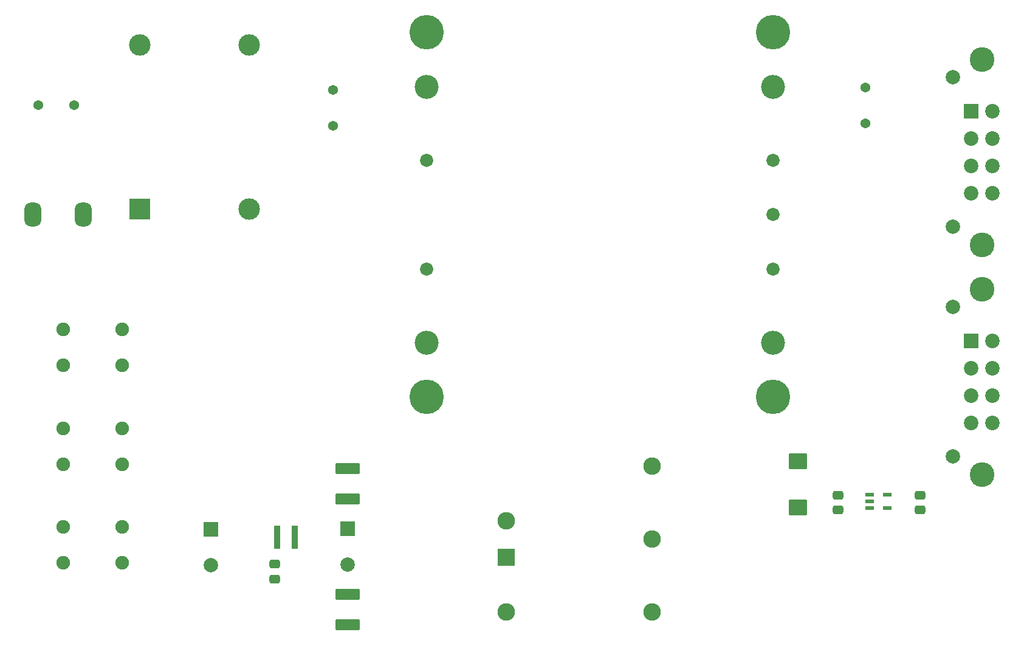
<source format=gbr>
%TF.GenerationSoftware,KiCad,Pcbnew,7.0.8*%
%TF.CreationDate,2023-12-07T15:37:41-07:00*%
%TF.ProjectId,GR-LRR-POWER-PCB,47522d4c-5252-42d5-904f-5745522d5043,rev?*%
%TF.SameCoordinates,Original*%
%TF.FileFunction,Soldermask,Bot*%
%TF.FilePolarity,Negative*%
%FSLAX46Y46*%
G04 Gerber Fmt 4.6, Leading zero omitted, Abs format (unit mm)*
G04 Created by KiCad (PCBNEW 7.0.8) date 2023-12-07 15:37:41*
%MOMM*%
%LPD*%
G01*
G04 APERTURE LIST*
G04 Aperture macros list*
%AMRoundRect*
0 Rectangle with rounded corners*
0 $1 Rounding radius*
0 $2 $3 $4 $5 $6 $7 $8 $9 X,Y pos of 4 corners*
0 Add a 4 corners polygon primitive as box body*
4,1,4,$2,$3,$4,$5,$6,$7,$8,$9,$2,$3,0*
0 Add four circle primitives for the rounded corners*
1,1,$1+$1,$2,$3*
1,1,$1+$1,$4,$5*
1,1,$1+$1,$6,$7*
1,1,$1+$1,$8,$9*
0 Add four rect primitives between the rounded corners*
20,1,$1+$1,$2,$3,$4,$5,0*
20,1,$1+$1,$4,$5,$6,$7,0*
20,1,$1+$1,$6,$7,$8,$9,0*
20,1,$1+$1,$8,$9,$2,$3,0*%
G04 Aperture macros list end*
%ADD10C,3.345000*%
%ADD11C,1.830000*%
%ADD12C,4.800000*%
%ADD13C,2.000000*%
%ADD14R,2.025000X2.025000*%
%ADD15C,2.025000*%
%ADD16C,3.450000*%
%ADD17RoundRect,0.250000X-1.450000X0.537500X-1.450000X-0.537500X1.450000X-0.537500X1.450000X0.537500X0*%
%ADD18C,1.905000*%
%ADD19C,1.371600*%
%ADD20R,2.000000X2.000000*%
%ADD21RoundRect,0.250000X-0.475000X0.337500X-0.475000X-0.337500X0.475000X-0.337500X0.475000X0.337500X0*%
%ADD22R,0.965200X3.302000*%
%ADD23R,3.000000X3.000000*%
%ADD24C,3.000000*%
%ADD25RoundRect,0.250000X-1.025000X0.875000X-1.025000X-0.875000X1.025000X-0.875000X1.025000X0.875000X0*%
%ADD26RoundRect,0.102000X-1.125000X-1.125000X1.125000X-1.125000X1.125000X1.125000X-1.125000X1.125000X0*%
%ADD27C,2.454000*%
%ADD28R,1.200000X0.600000*%
%ADD29RoundRect,0.952200X0.239800X0.709800X-0.239800X0.709800X-0.239800X-0.709800X0.239800X-0.709800X0*%
G04 APERTURE END LIST*
D10*
%TO.C,PS1*%
X78658000Y-71204000D03*
D11*
X78658000Y-61004000D03*
X78658000Y-45804000D03*
D10*
X78658000Y-35604000D03*
X126958000Y-35604000D03*
D11*
X126958000Y-45804000D03*
X126958000Y-53404000D03*
X126958000Y-61004000D03*
D10*
X126958000Y-71204000D03*
D12*
X78658000Y-78804000D03*
X78658000Y-28004000D03*
X126958000Y-78804000D03*
X126958000Y-28004000D03*
%TD*%
D13*
%TO.C,J5*%
X152026000Y-55082000D03*
X152026000Y-34252000D03*
D14*
X154526000Y-38952000D03*
D15*
X157526000Y-38952000D03*
X154526000Y-42762000D03*
X157526000Y-42762000D03*
X154526000Y-46572000D03*
X157526000Y-46572000D03*
X154526000Y-50382000D03*
X157526000Y-50382000D03*
D16*
X156026000Y-31752000D03*
X156026000Y-57582000D03*
%TD*%
D13*
%TO.C,J4*%
X152026000Y-87082000D03*
X152026000Y-66252000D03*
D14*
X154526000Y-70952000D03*
D15*
X157526000Y-70952000D03*
X154526000Y-74762000D03*
X157526000Y-74762000D03*
X154526000Y-78572000D03*
X157526000Y-78572000D03*
X154526000Y-82382000D03*
X157526000Y-82382000D03*
D16*
X156026000Y-63752000D03*
X156026000Y-89582000D03*
%TD*%
D17*
%TO.C,CY2*%
X67706000Y-106272177D03*
X67706000Y-110547177D03*
%TD*%
D18*
%TO.C,J1*%
X36281999Y-88142000D03*
X28082000Y-88142000D03*
X36281999Y-83142000D03*
X28082000Y-83142000D03*
%TD*%
D19*
%TO.C,C3*%
X139842000Y-40684000D03*
X139842000Y-35684000D03*
%TD*%
D20*
%TO.C,C7*%
X67706000Y-97152000D03*
D13*
X67706000Y-102152000D03*
%TD*%
D21*
%TO.C,C5*%
X57546000Y-102074223D03*
X57546000Y-104149223D03*
%TD*%
D17*
%TO.C,CY1*%
X67706000Y-88746177D03*
X67706000Y-93021177D03*
%TD*%
D22*
%TO.C,L2*%
X57850800Y-98285723D03*
X60289200Y-98285723D03*
%TD*%
D18*
%TO.C,J3*%
X36281999Y-74386000D03*
X28082000Y-74386000D03*
X36281999Y-69386000D03*
X28082000Y-69386000D03*
%TD*%
D21*
%TO.C,C6*%
X136032000Y-92478500D03*
X136032000Y-94553500D03*
%TD*%
D23*
%TO.C,L1*%
X38750000Y-52622000D03*
D24*
X38750000Y-29762000D03*
X53990000Y-29762000D03*
X53990000Y-52622000D03*
%TD*%
D20*
%TO.C,C4*%
X48656000Y-97244323D03*
D13*
X48656000Y-102244323D03*
%TD*%
D25*
%TO.C,C9*%
X130444000Y-87776000D03*
X130444000Y-94176000D03*
%TD*%
D26*
%TO.C,PS2*%
X89804000Y-101136000D03*
D27*
X89804000Y-96056000D03*
X110124000Y-88436000D03*
X110124000Y-98596000D03*
X110124000Y-108756000D03*
X89804000Y-108756000D03*
%TD*%
D28*
%TO.C,IC1*%
X140390000Y-94278000D03*
X140390000Y-93328000D03*
X140390000Y-92378000D03*
X142890000Y-92378000D03*
X142890000Y-94278000D03*
%TD*%
D18*
%TO.C,J2*%
X36281999Y-101898000D03*
X28082000Y-101898000D03*
X36281999Y-96898000D03*
X28082000Y-96898000D03*
%TD*%
D21*
%TO.C,C8*%
X147462000Y-92457000D03*
X147462000Y-94532000D03*
%TD*%
D19*
%TO.C,C2*%
X65674000Y-40993250D03*
X65674000Y-35993250D03*
%TD*%
D29*
%TO.C,D1*%
X23835000Y-53384000D03*
X30805000Y-53384000D03*
%TD*%
D19*
%TO.C,C1*%
X29606000Y-38144000D03*
X24606000Y-38144000D03*
%TD*%
M02*

</source>
